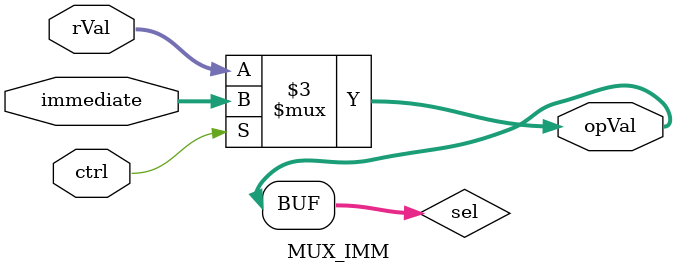
<source format=v>
`timescale 1ns / 1ps


module MUX_IMM(
input ctrl,
input [31:0] immediate, rVal,
output [31:0] opVal
    );
    reg [31:0] sel;
    assign opVal = sel;
    
    always @(*) begin
        sel = (ctrl == 1) ? immediate: rVal; //if 1 then allow immediate instructions, else pass register value
    end
endmodule

</source>
